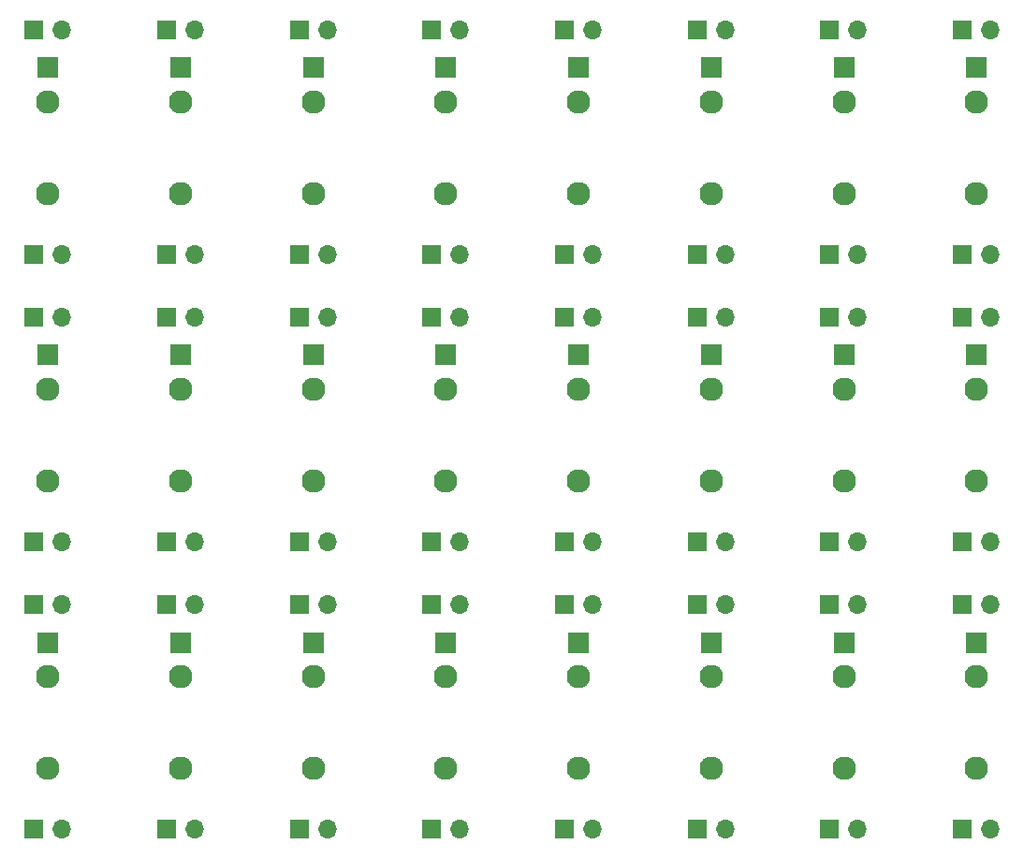
<source format=gbr>
%TF.GenerationSoftware,KiCad,Pcbnew,(6.0.0-0)*%
%TF.CreationDate,2022-11-22T10:59:48-05:00*%
%TF.ProjectId,AudioJack-Breakout-Panelization,41756469-6f4a-4616-936b-2d427265616b,rev?*%
%TF.SameCoordinates,Original*%
%TF.FileFunction,Copper,L2,Bot*%
%TF.FilePolarity,Positive*%
%FSLAX46Y46*%
G04 Gerber Fmt 4.6, Leading zero omitted, Abs format (unit mm)*
G04 Created by KiCad (PCBNEW (6.0.0-0)) date 2022-11-22 10:59:48*
%MOMM*%
%LPD*%
G01*
G04 APERTURE LIST*
%TA.AperFunction,ComponentPad*%
%ADD10O,1.700000X1.700000*%
%TD*%
%TA.AperFunction,ComponentPad*%
%ADD11R,1.700000X1.700000*%
%TD*%
%TA.AperFunction,ComponentPad*%
%ADD12R,1.930000X1.830000*%
%TD*%
%TA.AperFunction,ComponentPad*%
%ADD13C,2.130000*%
%TD*%
G04 APERTURE END LIST*
D10*
%TO.P,J178,2,Pin_2*%
%TO.N,Net-(J3-PadT)*%
X166445000Y-133904000D03*
D11*
%TO.P,J178,1,Pin_1*%
%TO.N,Net-(J3-PadS)*%
X163905000Y-133904000D03*
%TD*%
D12*
%TO.P,J177,*%
%TO.N,*%
X165180000Y-117010000D03*
D13*
%TO.P,J177,S*%
%TO.N,Net-(J3-PadS)*%
X165180000Y-120110000D03*
%TO.P,J177,T*%
%TO.N,Net-(J3-PadT)*%
X165180000Y-128410000D03*
%TD*%
D11*
%TO.P,J179,*%
%TO.N,*%
X163905000Y-113584000D03*
D10*
X166445000Y-113584000D03*
%TD*%
%TO.P,J175,2,Pin_2*%
%TO.N,Net-(J3-PadT)*%
X154445000Y-133904000D03*
D11*
%TO.P,J175,1,Pin_1*%
%TO.N,Net-(J3-PadS)*%
X151905000Y-133904000D03*
%TD*%
D12*
%TO.P,J174,*%
%TO.N,*%
X153180000Y-117010000D03*
D13*
%TO.P,J174,S*%
%TO.N,Net-(J3-PadS)*%
X153180000Y-120110000D03*
%TO.P,J174,T*%
%TO.N,Net-(J3-PadT)*%
X153180000Y-128410000D03*
%TD*%
D11*
%TO.P,J176,*%
%TO.N,*%
X151905000Y-113584000D03*
D10*
X154445000Y-113584000D03*
%TD*%
%TO.P,J172,2,Pin_2*%
%TO.N,Net-(J3-PadT)*%
X142445000Y-133904000D03*
D11*
%TO.P,J172,1,Pin_1*%
%TO.N,Net-(J3-PadS)*%
X139905000Y-133904000D03*
%TD*%
D12*
%TO.P,J171,*%
%TO.N,*%
X141180000Y-117010000D03*
D13*
%TO.P,J171,S*%
%TO.N,Net-(J3-PadS)*%
X141180000Y-120110000D03*
%TO.P,J171,T*%
%TO.N,Net-(J3-PadT)*%
X141180000Y-128410000D03*
%TD*%
D11*
%TO.P,J173,*%
%TO.N,*%
X139905000Y-113584000D03*
D10*
X142445000Y-113584000D03*
%TD*%
%TO.P,J169,2,Pin_2*%
%TO.N,Net-(J3-PadT)*%
X130445000Y-133904000D03*
D11*
%TO.P,J169,1,Pin_1*%
%TO.N,Net-(J3-PadS)*%
X127905000Y-133904000D03*
%TD*%
D12*
%TO.P,J168,*%
%TO.N,*%
X129180000Y-117010000D03*
D13*
%TO.P,J168,S*%
%TO.N,Net-(J3-PadS)*%
X129180000Y-120110000D03*
%TO.P,J168,T*%
%TO.N,Net-(J3-PadT)*%
X129180000Y-128410000D03*
%TD*%
D11*
%TO.P,J170,*%
%TO.N,*%
X127905000Y-113584000D03*
D10*
X130445000Y-113584000D03*
%TD*%
%TO.P,J166,2,Pin_2*%
%TO.N,Net-(J3-PadT)*%
X118445000Y-133904000D03*
D11*
%TO.P,J166,1,Pin_1*%
%TO.N,Net-(J3-PadS)*%
X115905000Y-133904000D03*
%TD*%
D12*
%TO.P,J165,*%
%TO.N,*%
X117180000Y-117010000D03*
D13*
%TO.P,J165,S*%
%TO.N,Net-(J3-PadS)*%
X117180000Y-120110000D03*
%TO.P,J165,T*%
%TO.N,Net-(J3-PadT)*%
X117180000Y-128410000D03*
%TD*%
D11*
%TO.P,J167,*%
%TO.N,*%
X115905000Y-113584000D03*
D10*
X118445000Y-113584000D03*
%TD*%
%TO.P,J163,2,Pin_2*%
%TO.N,Net-(J3-PadT)*%
X106445000Y-133904000D03*
D11*
%TO.P,J163,1,Pin_1*%
%TO.N,Net-(J3-PadS)*%
X103905000Y-133904000D03*
%TD*%
D12*
%TO.P,J162,*%
%TO.N,*%
X105180000Y-117010000D03*
D13*
%TO.P,J162,S*%
%TO.N,Net-(J3-PadS)*%
X105180000Y-120110000D03*
%TO.P,J162,T*%
%TO.N,Net-(J3-PadT)*%
X105180000Y-128410000D03*
%TD*%
D11*
%TO.P,J164,*%
%TO.N,*%
X103905000Y-113584000D03*
D10*
X106445000Y-113584000D03*
%TD*%
%TO.P,J160,2,Pin_2*%
%TO.N,Net-(J3-PadT)*%
X94445000Y-133904000D03*
D11*
%TO.P,J160,1,Pin_1*%
%TO.N,Net-(J3-PadS)*%
X91905000Y-133904000D03*
%TD*%
D12*
%TO.P,J159,*%
%TO.N,*%
X93180000Y-117010000D03*
D13*
%TO.P,J159,S*%
%TO.N,Net-(J3-PadS)*%
X93180000Y-120110000D03*
%TO.P,J159,T*%
%TO.N,Net-(J3-PadT)*%
X93180000Y-128410000D03*
%TD*%
D11*
%TO.P,J161,*%
%TO.N,*%
X91905000Y-113584000D03*
D10*
X94445000Y-113584000D03*
%TD*%
%TO.P,J157,2,Pin_2*%
%TO.N,Net-(J3-PadT)*%
X82445000Y-133904000D03*
D11*
%TO.P,J157,1,Pin_1*%
%TO.N,Net-(J3-PadS)*%
X79905000Y-133904000D03*
%TD*%
D12*
%TO.P,J156,*%
%TO.N,*%
X81180000Y-117010000D03*
D13*
%TO.P,J156,S*%
%TO.N,Net-(J3-PadS)*%
X81180000Y-120110000D03*
%TO.P,J156,T*%
%TO.N,Net-(J3-PadT)*%
X81180000Y-128410000D03*
%TD*%
D11*
%TO.P,J158,*%
%TO.N,*%
X79905000Y-113584000D03*
D10*
X82445000Y-113584000D03*
%TD*%
%TO.P,J154,2,Pin_2*%
%TO.N,Net-(J3-PadT)*%
X166445000Y-107904000D03*
D11*
%TO.P,J154,1,Pin_1*%
%TO.N,Net-(J3-PadS)*%
X163905000Y-107904000D03*
%TD*%
D12*
%TO.P,J153,*%
%TO.N,*%
X165180000Y-91010000D03*
D13*
%TO.P,J153,S*%
%TO.N,Net-(J3-PadS)*%
X165180000Y-94110000D03*
%TO.P,J153,T*%
%TO.N,Net-(J3-PadT)*%
X165180000Y-102410000D03*
%TD*%
D11*
%TO.P,J155,*%
%TO.N,*%
X163905000Y-87584000D03*
D10*
X166445000Y-87584000D03*
%TD*%
%TO.P,J151,2,Pin_2*%
%TO.N,Net-(J3-PadT)*%
X154445000Y-107904000D03*
D11*
%TO.P,J151,1,Pin_1*%
%TO.N,Net-(J3-PadS)*%
X151905000Y-107904000D03*
%TD*%
D12*
%TO.P,J150,*%
%TO.N,*%
X153180000Y-91010000D03*
D13*
%TO.P,J150,S*%
%TO.N,Net-(J3-PadS)*%
X153180000Y-94110000D03*
%TO.P,J150,T*%
%TO.N,Net-(J3-PadT)*%
X153180000Y-102410000D03*
%TD*%
D11*
%TO.P,J152,*%
%TO.N,*%
X151905000Y-87584000D03*
D10*
X154445000Y-87584000D03*
%TD*%
%TO.P,J148,2,Pin_2*%
%TO.N,Net-(J3-PadT)*%
X142445000Y-107904000D03*
D11*
%TO.P,J148,1,Pin_1*%
%TO.N,Net-(J3-PadS)*%
X139905000Y-107904000D03*
%TD*%
D12*
%TO.P,J147,*%
%TO.N,*%
X141180000Y-91010000D03*
D13*
%TO.P,J147,S*%
%TO.N,Net-(J3-PadS)*%
X141180000Y-94110000D03*
%TO.P,J147,T*%
%TO.N,Net-(J3-PadT)*%
X141180000Y-102410000D03*
%TD*%
D11*
%TO.P,J149,*%
%TO.N,*%
X139905000Y-87584000D03*
D10*
X142445000Y-87584000D03*
%TD*%
%TO.P,J145,2,Pin_2*%
%TO.N,Net-(J3-PadT)*%
X130445000Y-107904000D03*
D11*
%TO.P,J145,1,Pin_1*%
%TO.N,Net-(J3-PadS)*%
X127905000Y-107904000D03*
%TD*%
D12*
%TO.P,J144,*%
%TO.N,*%
X129180000Y-91010000D03*
D13*
%TO.P,J144,S*%
%TO.N,Net-(J3-PadS)*%
X129180000Y-94110000D03*
%TO.P,J144,T*%
%TO.N,Net-(J3-PadT)*%
X129180000Y-102410000D03*
%TD*%
D11*
%TO.P,J146,*%
%TO.N,*%
X127905000Y-87584000D03*
D10*
X130445000Y-87584000D03*
%TD*%
%TO.P,J142,2,Pin_2*%
%TO.N,Net-(J3-PadT)*%
X118445000Y-107904000D03*
D11*
%TO.P,J142,1,Pin_1*%
%TO.N,Net-(J3-PadS)*%
X115905000Y-107904000D03*
%TD*%
D12*
%TO.P,J141,*%
%TO.N,*%
X117180000Y-91010000D03*
D13*
%TO.P,J141,S*%
%TO.N,Net-(J3-PadS)*%
X117180000Y-94110000D03*
%TO.P,J141,T*%
%TO.N,Net-(J3-PadT)*%
X117180000Y-102410000D03*
%TD*%
D11*
%TO.P,J143,*%
%TO.N,*%
X115905000Y-87584000D03*
D10*
X118445000Y-87584000D03*
%TD*%
%TO.P,J139,2,Pin_2*%
%TO.N,Net-(J3-PadT)*%
X106445000Y-107904000D03*
D11*
%TO.P,J139,1,Pin_1*%
%TO.N,Net-(J3-PadS)*%
X103905000Y-107904000D03*
%TD*%
D12*
%TO.P,J138,*%
%TO.N,*%
X105180000Y-91010000D03*
D13*
%TO.P,J138,S*%
%TO.N,Net-(J3-PadS)*%
X105180000Y-94110000D03*
%TO.P,J138,T*%
%TO.N,Net-(J3-PadT)*%
X105180000Y-102410000D03*
%TD*%
D11*
%TO.P,J140,*%
%TO.N,*%
X103905000Y-87584000D03*
D10*
X106445000Y-87584000D03*
%TD*%
%TO.P,J136,2,Pin_2*%
%TO.N,Net-(J3-PadT)*%
X94445000Y-107904000D03*
D11*
%TO.P,J136,1,Pin_1*%
%TO.N,Net-(J3-PadS)*%
X91905000Y-107904000D03*
%TD*%
D12*
%TO.P,J135,*%
%TO.N,*%
X93180000Y-91010000D03*
D13*
%TO.P,J135,S*%
%TO.N,Net-(J3-PadS)*%
X93180000Y-94110000D03*
%TO.P,J135,T*%
%TO.N,Net-(J3-PadT)*%
X93180000Y-102410000D03*
%TD*%
D11*
%TO.P,J137,*%
%TO.N,*%
X91905000Y-87584000D03*
D10*
X94445000Y-87584000D03*
%TD*%
%TO.P,J133,2,Pin_2*%
%TO.N,Net-(J3-PadT)*%
X82445000Y-107904000D03*
D11*
%TO.P,J133,1,Pin_1*%
%TO.N,Net-(J3-PadS)*%
X79905000Y-107904000D03*
%TD*%
D12*
%TO.P,J132,*%
%TO.N,*%
X81180000Y-91010000D03*
D13*
%TO.P,J132,S*%
%TO.N,Net-(J3-PadS)*%
X81180000Y-94110000D03*
%TO.P,J132,T*%
%TO.N,Net-(J3-PadT)*%
X81180000Y-102410000D03*
%TD*%
D11*
%TO.P,J134,*%
%TO.N,*%
X79905000Y-87584000D03*
D10*
X82445000Y-87584000D03*
%TD*%
%TO.P,J130,2,Pin_2*%
%TO.N,Net-(J3-PadT)*%
X166445000Y-81904000D03*
D11*
%TO.P,J130,1,Pin_1*%
%TO.N,Net-(J3-PadS)*%
X163905000Y-81904000D03*
%TD*%
D12*
%TO.P,J129,*%
%TO.N,*%
X165180000Y-65010000D03*
D13*
%TO.P,J129,S*%
%TO.N,Net-(J3-PadS)*%
X165180000Y-68110000D03*
%TO.P,J129,T*%
%TO.N,Net-(J3-PadT)*%
X165180000Y-76410000D03*
%TD*%
D11*
%TO.P,J131,*%
%TO.N,*%
X163905000Y-61584000D03*
D10*
X166445000Y-61584000D03*
%TD*%
%TO.P,J127,2,Pin_2*%
%TO.N,Net-(J3-PadT)*%
X154445000Y-81904000D03*
D11*
%TO.P,J127,1,Pin_1*%
%TO.N,Net-(J3-PadS)*%
X151905000Y-81904000D03*
%TD*%
D12*
%TO.P,J126,*%
%TO.N,*%
X153180000Y-65010000D03*
D13*
%TO.P,J126,S*%
%TO.N,Net-(J3-PadS)*%
X153180000Y-68110000D03*
%TO.P,J126,T*%
%TO.N,Net-(J3-PadT)*%
X153180000Y-76410000D03*
%TD*%
D11*
%TO.P,J128,*%
%TO.N,*%
X151905000Y-61584000D03*
D10*
X154445000Y-61584000D03*
%TD*%
%TO.P,J124,2,Pin_2*%
%TO.N,Net-(J3-PadT)*%
X142445000Y-81904000D03*
D11*
%TO.P,J124,1,Pin_1*%
%TO.N,Net-(J3-PadS)*%
X139905000Y-81904000D03*
%TD*%
D12*
%TO.P,J123,*%
%TO.N,*%
X141180000Y-65010000D03*
D13*
%TO.P,J123,S*%
%TO.N,Net-(J3-PadS)*%
X141180000Y-68110000D03*
%TO.P,J123,T*%
%TO.N,Net-(J3-PadT)*%
X141180000Y-76410000D03*
%TD*%
D11*
%TO.P,J125,*%
%TO.N,*%
X139905000Y-61584000D03*
D10*
X142445000Y-61584000D03*
%TD*%
%TO.P,J121,2,Pin_2*%
%TO.N,Net-(J3-PadT)*%
X130445000Y-81904000D03*
D11*
%TO.P,J121,1,Pin_1*%
%TO.N,Net-(J3-PadS)*%
X127905000Y-81904000D03*
%TD*%
D12*
%TO.P,J120,*%
%TO.N,*%
X129180000Y-65010000D03*
D13*
%TO.P,J120,S*%
%TO.N,Net-(J3-PadS)*%
X129180000Y-68110000D03*
%TO.P,J120,T*%
%TO.N,Net-(J3-PadT)*%
X129180000Y-76410000D03*
%TD*%
D11*
%TO.P,J122,*%
%TO.N,*%
X127905000Y-61584000D03*
D10*
X130445000Y-61584000D03*
%TD*%
%TO.P,J118,2,Pin_2*%
%TO.N,Net-(J3-PadT)*%
X118445000Y-81904000D03*
D11*
%TO.P,J118,1,Pin_1*%
%TO.N,Net-(J3-PadS)*%
X115905000Y-81904000D03*
%TD*%
D12*
%TO.P,J117,*%
%TO.N,*%
X117180000Y-65010000D03*
D13*
%TO.P,J117,S*%
%TO.N,Net-(J3-PadS)*%
X117180000Y-68110000D03*
%TO.P,J117,T*%
%TO.N,Net-(J3-PadT)*%
X117180000Y-76410000D03*
%TD*%
D11*
%TO.P,J119,*%
%TO.N,*%
X115905000Y-61584000D03*
D10*
X118445000Y-61584000D03*
%TD*%
%TO.P,J115,2,Pin_2*%
%TO.N,Net-(J3-PadT)*%
X106445000Y-81904000D03*
D11*
%TO.P,J115,1,Pin_1*%
%TO.N,Net-(J3-PadS)*%
X103905000Y-81904000D03*
%TD*%
D12*
%TO.P,J114,*%
%TO.N,*%
X105180000Y-65010000D03*
D13*
%TO.P,J114,S*%
%TO.N,Net-(J3-PadS)*%
X105180000Y-68110000D03*
%TO.P,J114,T*%
%TO.N,Net-(J3-PadT)*%
X105180000Y-76410000D03*
%TD*%
D11*
%TO.P,J116,*%
%TO.N,*%
X103905000Y-61584000D03*
D10*
X106445000Y-61584000D03*
%TD*%
%TO.P,J112,2,Pin_2*%
%TO.N,Net-(J3-PadT)*%
X94445000Y-81904000D03*
D11*
%TO.P,J112,1,Pin_1*%
%TO.N,Net-(J3-PadS)*%
X91905000Y-81904000D03*
%TD*%
D12*
%TO.P,J111,*%
%TO.N,*%
X93180000Y-65010000D03*
D13*
%TO.P,J111,S*%
%TO.N,Net-(J3-PadS)*%
X93180000Y-68110000D03*
%TO.P,J111,T*%
%TO.N,Net-(J3-PadT)*%
X93180000Y-76410000D03*
%TD*%
D11*
%TO.P,J113,*%
%TO.N,*%
X91905000Y-61584000D03*
D10*
X94445000Y-61584000D03*
%TD*%
%TO.P,J109,2,Pin_2*%
%TO.N,Net-(J3-PadT)*%
X82445000Y-81904000D03*
D11*
%TO.P,J109,1,Pin_1*%
%TO.N,Net-(J3-PadS)*%
X79905000Y-81904000D03*
%TD*%
%TO.P,J110,*%
%TO.N,*%
X79905000Y-61584000D03*
D10*
X82445000Y-61584000D03*
%TD*%
D12*
%TO.P,J108,*%
%TO.N,*%
X81180000Y-65010000D03*
D13*
%TO.P,J108,S*%
%TO.N,Net-(J3-PadS)*%
X81180000Y-68110000D03*
%TO.P,J108,T*%
%TO.N,Net-(J3-PadT)*%
X81180000Y-76410000D03*
%TD*%
M02*

</source>
